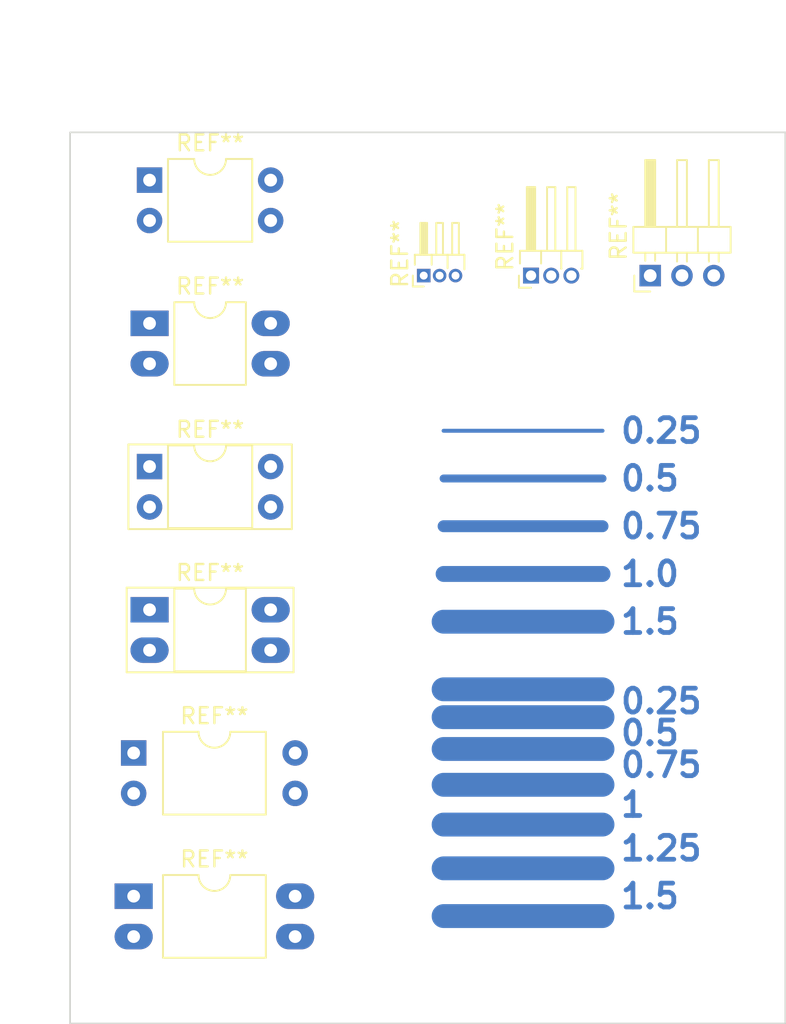
<source format=kicad_pcb>
(kicad_pcb (version 20171130) (host pcbnew 5.1.5+dfsg1-2build2)

  (general
    (thickness 1.6)
    (drawings 15)
    (tracks 12)
    (zones 0)
    (modules 9)
    (nets 1)
  )

  (page A4)
  (title_block
    (title "PCB TRACK CORROSION")
    (date 2021-10-20)
    (rev 1)
    (comment 1 "Tec. Henrique Silva")
  )

  (layers
    (0 F.Cu signal)
    (31 B.Cu signal)
    (32 B.Adhes user)
    (33 F.Adhes user)
    (34 B.Paste user)
    (35 F.Paste user)
    (36 B.SilkS user)
    (37 F.SilkS user)
    (38 B.Mask user)
    (39 F.Mask user)
    (40 Dwgs.User user)
    (41 Cmts.User user)
    (42 Eco1.User user)
    (43 Eco2.User user)
    (44 Edge.Cuts user)
    (45 Margin user)
    (46 B.CrtYd user)
    (47 F.CrtYd user)
    (48 B.Fab user)
    (49 F.Fab user)
  )

  (setup
    (last_trace_width 0.25)
    (user_trace_width 0.25)
    (user_trace_width 0.5)
    (user_trace_width 0.75)
    (user_trace_width 1)
    (user_trace_width 1.5)
    (trace_clearance 0.2)
    (zone_clearance 0.508)
    (zone_45_only no)
    (trace_min 0.2)
    (via_size 0.8)
    (via_drill 0.4)
    (via_min_size 0.4)
    (via_min_drill 0.3)
    (uvia_size 0.3)
    (uvia_drill 0.1)
    (uvias_allowed no)
    (uvia_min_size 0.2)
    (uvia_min_drill 0.1)
    (edge_width 0.05)
    (segment_width 0.2)
    (pcb_text_width 0.3)
    (pcb_text_size 1.5 1.5)
    (mod_edge_width 0.12)
    (mod_text_size 1 1)
    (mod_text_width 0.15)
    (pad_size 1.524 1.524)
    (pad_drill 0.762)
    (pad_to_mask_clearance 0.051)
    (solder_mask_min_width 0.25)
    (aux_axis_origin 0 0)
    (visible_elements FFFFFF7F)
    (pcbplotparams
      (layerselection 0x010fc_ffffffff)
      (usegerberextensions false)
      (usegerberattributes false)
      (usegerberadvancedattributes false)
      (creategerberjobfile false)
      (excludeedgelayer true)
      (linewidth 0.100000)
      (plotframeref false)
      (viasonmask false)
      (mode 1)
      (useauxorigin false)
      (hpglpennumber 1)
      (hpglpenspeed 20)
      (hpglpendiameter 15.000000)
      (psnegative false)
      (psa4output false)
      (plotreference true)
      (plotvalue true)
      (plotinvisibletext false)
      (padsonsilk false)
      (subtractmaskfromsilk false)
      (outputformat 1)
      (mirror false)
      (drillshape 1)
      (scaleselection 1)
      (outputdirectory ""))
  )

  (net 0 "")

  (net_class Default "This is the default net class."
    (clearance 0.2)
    (trace_width 0.25)
    (via_dia 0.8)
    (via_drill 0.4)
    (uvia_dia 0.3)
    (uvia_drill 0.1)
  )

  (module Connector_PinHeader_2.00mm:PinHeader_1x03_P2.00mm_Horizontal (layer F.Cu) (tedit 59FED667) (tstamp 6175DFA6)
    (at 162.5 95 90)
    (descr "Through hole angled pin header, 1x03, 2.00mm pitch, 4.2mm pin length, single row")
    (tags "Through hole angled pin header THT 1x03 2.00mm single row")
    (fp_text reference REF** (at 3.1 -2 90) (layer F.SilkS)
      (effects (font (size 1 1) (thickness 0.15)))
    )
    (fp_text value PinHeader_1x03_P2.00mm_Horizontal (at 3.1 6 90) (layer F.Fab)
      (effects (font (size 1 1) (thickness 0.15)))
    )
    (fp_line (start 1.875 -1) (end 3 -1) (layer F.Fab) (width 0.1))
    (fp_line (start 3 -1) (end 3 5) (layer F.Fab) (width 0.1))
    (fp_line (start 3 5) (end 1.5 5) (layer F.Fab) (width 0.1))
    (fp_line (start 1.5 5) (end 1.5 -0.625) (layer F.Fab) (width 0.1))
    (fp_line (start 1.5 -0.625) (end 1.875 -1) (layer F.Fab) (width 0.1))
    (fp_line (start -0.25 -0.25) (end 1.5 -0.25) (layer F.Fab) (width 0.1))
    (fp_line (start -0.25 -0.25) (end -0.25 0.25) (layer F.Fab) (width 0.1))
    (fp_line (start -0.25 0.25) (end 1.5 0.25) (layer F.Fab) (width 0.1))
    (fp_line (start 3 -0.25) (end 7.2 -0.25) (layer F.Fab) (width 0.1))
    (fp_line (start 7.2 -0.25) (end 7.2 0.25) (layer F.Fab) (width 0.1))
    (fp_line (start 3 0.25) (end 7.2 0.25) (layer F.Fab) (width 0.1))
    (fp_line (start -0.25 1.75) (end 1.5 1.75) (layer F.Fab) (width 0.1))
    (fp_line (start -0.25 1.75) (end -0.25 2.25) (layer F.Fab) (width 0.1))
    (fp_line (start -0.25 2.25) (end 1.5 2.25) (layer F.Fab) (width 0.1))
    (fp_line (start 3 1.75) (end 7.2 1.75) (layer F.Fab) (width 0.1))
    (fp_line (start 7.2 1.75) (end 7.2 2.25) (layer F.Fab) (width 0.1))
    (fp_line (start 3 2.25) (end 7.2 2.25) (layer F.Fab) (width 0.1))
    (fp_line (start -0.25 3.75) (end 1.5 3.75) (layer F.Fab) (width 0.1))
    (fp_line (start -0.25 3.75) (end -0.25 4.25) (layer F.Fab) (width 0.1))
    (fp_line (start -0.25 4.25) (end 1.5 4.25) (layer F.Fab) (width 0.1))
    (fp_line (start 3 3.75) (end 7.2 3.75) (layer F.Fab) (width 0.1))
    (fp_line (start 7.2 3.75) (end 7.2 4.25) (layer F.Fab) (width 0.1))
    (fp_line (start 3 4.25) (end 7.2 4.25) (layer F.Fab) (width 0.1))
    (fp_line (start 1.44 -1.06) (end 1.44 5.06) (layer F.SilkS) (width 0.12))
    (fp_line (start 1.44 5.06) (end 3.06 5.06) (layer F.SilkS) (width 0.12))
    (fp_line (start 3.06 5.06) (end 3.06 -1.06) (layer F.SilkS) (width 0.12))
    (fp_line (start 3.06 -1.06) (end 1.44 -1.06) (layer F.SilkS) (width 0.12))
    (fp_line (start 3.06 -0.31) (end 7.26 -0.31) (layer F.SilkS) (width 0.12))
    (fp_line (start 7.26 -0.31) (end 7.26 0.31) (layer F.SilkS) (width 0.12))
    (fp_line (start 7.26 0.31) (end 3.06 0.31) (layer F.SilkS) (width 0.12))
    (fp_line (start 3.06 -0.25) (end 7.26 -0.25) (layer F.SilkS) (width 0.12))
    (fp_line (start 3.06 -0.13) (end 7.26 -0.13) (layer F.SilkS) (width 0.12))
    (fp_line (start 3.06 -0.01) (end 7.26 -0.01) (layer F.SilkS) (width 0.12))
    (fp_line (start 3.06 0.11) (end 7.26 0.11) (layer F.SilkS) (width 0.12))
    (fp_line (start 3.06 0.23) (end 7.26 0.23) (layer F.SilkS) (width 0.12))
    (fp_line (start 0.935 -0.31) (end 1.44 -0.31) (layer F.SilkS) (width 0.12))
    (fp_line (start 0.935 0.31) (end 1.44 0.31) (layer F.SilkS) (width 0.12))
    (fp_line (start 1.44 1) (end 3.06 1) (layer F.SilkS) (width 0.12))
    (fp_line (start 3.06 1.69) (end 7.26 1.69) (layer F.SilkS) (width 0.12))
    (fp_line (start 7.26 1.69) (end 7.26 2.31) (layer F.SilkS) (width 0.12))
    (fp_line (start 7.26 2.31) (end 3.06 2.31) (layer F.SilkS) (width 0.12))
    (fp_line (start 0.882114 1.69) (end 1.44 1.69) (layer F.SilkS) (width 0.12))
    (fp_line (start 0.882114 2.31) (end 1.44 2.31) (layer F.SilkS) (width 0.12))
    (fp_line (start 1.44 3) (end 3.06 3) (layer F.SilkS) (width 0.12))
    (fp_line (start 3.06 3.69) (end 7.26 3.69) (layer F.SilkS) (width 0.12))
    (fp_line (start 7.26 3.69) (end 7.26 4.31) (layer F.SilkS) (width 0.12))
    (fp_line (start 7.26 4.31) (end 3.06 4.31) (layer F.SilkS) (width 0.12))
    (fp_line (start 0.882114 3.69) (end 1.44 3.69) (layer F.SilkS) (width 0.12))
    (fp_line (start 0.882114 4.31) (end 1.44 4.31) (layer F.SilkS) (width 0.12))
    (fp_line (start -1 0) (end -1 -1) (layer F.SilkS) (width 0.12))
    (fp_line (start -1 -1) (end 0 -1) (layer F.SilkS) (width 0.12))
    (fp_line (start -1.5 -1.5) (end -1.5 5.5) (layer F.CrtYd) (width 0.05))
    (fp_line (start -1.5 5.5) (end 7.7 5.5) (layer F.CrtYd) (width 0.05))
    (fp_line (start 7.7 5.5) (end 7.7 -1.5) (layer F.CrtYd) (width 0.05))
    (fp_line (start 7.7 -1.5) (end -1.5 -1.5) (layer F.CrtYd) (width 0.05))
    (fp_text user %R (at 2.25 2) (layer F.Fab)
      (effects (font (size 0.9 0.9) (thickness 0.135)))
    )
    (pad 1 thru_hole rect (at 0 0 90) (size 1.35 1.35) (drill 0.8) (layers *.Cu *.Mask))
    (pad 2 thru_hole oval (at 0 2 90) (size 1.35 1.35) (drill 0.8) (layers *.Cu *.Mask))
    (pad 3 thru_hole oval (at 0 4 90) (size 1.35 1.35) (drill 0.8) (layers *.Cu *.Mask))
    (model ${KISYS3DMOD}/Connector_PinHeader_2.00mm.3dshapes/PinHeader_1x03_P2.00mm_Horizontal.wrl
      (at (xyz 0 0 0))
      (scale (xyz 1 1 1))
      (rotate (xyz 0 0 0))
    )
  )

  (module Connector_PinHeader_1.27mm:PinHeader_1x03_P1.27mm_Horizontal (layer F.Cu) (tedit 59FED6E3) (tstamp 6175DF6E)
    (at 155 95 90)
    (descr "Through hole angled pin header, 1x03, 1.27mm pitch, 4.0mm pin length, single row")
    (tags "Through hole angled pin header THT 1x03 1.27mm single row")
    (fp_text reference REF** (at 2.4325 -1.635 90) (layer F.SilkS)
      (effects (font (size 1 1) (thickness 0.15)))
    )
    (fp_text value PinHeader_1x03_P1.27mm_Horizontal (at 2.4325 4.175 90) (layer F.Fab)
      (effects (font (size 1 1) (thickness 0.15)))
    )
    (fp_line (start 0.75 -0.635) (end 1.5 -0.635) (layer F.Fab) (width 0.1))
    (fp_line (start 1.5 -0.635) (end 1.5 3.175) (layer F.Fab) (width 0.1))
    (fp_line (start 1.5 3.175) (end 0.5 3.175) (layer F.Fab) (width 0.1))
    (fp_line (start 0.5 3.175) (end 0.5 -0.385) (layer F.Fab) (width 0.1))
    (fp_line (start 0.5 -0.385) (end 0.75 -0.635) (layer F.Fab) (width 0.1))
    (fp_line (start -0.2 -0.2) (end 0.5 -0.2) (layer F.Fab) (width 0.1))
    (fp_line (start -0.2 -0.2) (end -0.2 0.2) (layer F.Fab) (width 0.1))
    (fp_line (start -0.2 0.2) (end 0.5 0.2) (layer F.Fab) (width 0.1))
    (fp_line (start 1.5 -0.2) (end 5.5 -0.2) (layer F.Fab) (width 0.1))
    (fp_line (start 5.5 -0.2) (end 5.5 0.2) (layer F.Fab) (width 0.1))
    (fp_line (start 1.5 0.2) (end 5.5 0.2) (layer F.Fab) (width 0.1))
    (fp_line (start -0.2 1.07) (end 0.5 1.07) (layer F.Fab) (width 0.1))
    (fp_line (start -0.2 1.07) (end -0.2 1.47) (layer F.Fab) (width 0.1))
    (fp_line (start -0.2 1.47) (end 0.5 1.47) (layer F.Fab) (width 0.1))
    (fp_line (start 1.5 1.07) (end 5.5 1.07) (layer F.Fab) (width 0.1))
    (fp_line (start 5.5 1.07) (end 5.5 1.47) (layer F.Fab) (width 0.1))
    (fp_line (start 1.5 1.47) (end 5.5 1.47) (layer F.Fab) (width 0.1))
    (fp_line (start -0.2 2.34) (end 0.5 2.34) (layer F.Fab) (width 0.1))
    (fp_line (start -0.2 2.34) (end -0.2 2.74) (layer F.Fab) (width 0.1))
    (fp_line (start -0.2 2.74) (end 0.5 2.74) (layer F.Fab) (width 0.1))
    (fp_line (start 1.5 2.34) (end 5.5 2.34) (layer F.Fab) (width 0.1))
    (fp_line (start 5.5 2.34) (end 5.5 2.74) (layer F.Fab) (width 0.1))
    (fp_line (start 1.5 2.74) (end 5.5 2.74) (layer F.Fab) (width 0.1))
    (fp_line (start 0.76 -0.695) (end 1.56 -0.695) (layer F.SilkS) (width 0.12))
    (fp_line (start 1.56 -0.695) (end 1.56 3.235) (layer F.SilkS) (width 0.12))
    (fp_line (start 1.56 3.235) (end 0.44 3.235) (layer F.SilkS) (width 0.12))
    (fp_line (start 0.44 3.235) (end 0.44 3.159677) (layer F.SilkS) (width 0.12))
    (fp_line (start 1.56 -0.26) (end 5.56 -0.26) (layer F.SilkS) (width 0.12))
    (fp_line (start 5.56 -0.26) (end 5.56 0.26) (layer F.SilkS) (width 0.12))
    (fp_line (start 5.56 0.26) (end 1.56 0.26) (layer F.SilkS) (width 0.12))
    (fp_line (start 1.56 -0.2) (end 5.56 -0.2) (layer F.SilkS) (width 0.12))
    (fp_line (start 1.56 -0.08) (end 5.56 -0.08) (layer F.SilkS) (width 0.12))
    (fp_line (start 1.56 0.04) (end 5.56 0.04) (layer F.SilkS) (width 0.12))
    (fp_line (start 1.56 0.16) (end 5.56 0.16) (layer F.SilkS) (width 0.12))
    (fp_line (start 0.76 0.635) (end 1.56 0.635) (layer F.SilkS) (width 0.12))
    (fp_line (start 1.56 1.01) (end 5.56 1.01) (layer F.SilkS) (width 0.12))
    (fp_line (start 5.56 1.01) (end 5.56 1.53) (layer F.SilkS) (width 0.12))
    (fp_line (start 5.56 1.53) (end 1.56 1.53) (layer F.SilkS) (width 0.12))
    (fp_line (start 0.44 1.905) (end 1.56 1.905) (layer F.SilkS) (width 0.12))
    (fp_line (start 0.44 1.889677) (end 0.44 1.920323) (layer F.SilkS) (width 0.12))
    (fp_line (start 1.56 2.28) (end 5.56 2.28) (layer F.SilkS) (width 0.12))
    (fp_line (start 5.56 2.28) (end 5.56 2.8) (layer F.SilkS) (width 0.12))
    (fp_line (start 5.56 2.8) (end 1.56 2.8) (layer F.SilkS) (width 0.12))
    (fp_line (start -0.76 0) (end -0.76 -0.76) (layer F.SilkS) (width 0.12))
    (fp_line (start -0.76 -0.76) (end 0 -0.76) (layer F.SilkS) (width 0.12))
    (fp_line (start -1.15 -1.15) (end -1.15 3.7) (layer F.CrtYd) (width 0.05))
    (fp_line (start -1.15 3.7) (end 6 3.7) (layer F.CrtYd) (width 0.05))
    (fp_line (start 6 3.7) (end 6 -1.15) (layer F.CrtYd) (width 0.05))
    (fp_line (start 6 -1.15) (end -1.15 -1.15) (layer F.CrtYd) (width 0.05))
    (fp_text user %R (at 1 1.27) (layer F.Fab)
      (effects (font (size 0.6 0.6) (thickness 0.09)))
    )
    (pad 1 thru_hole rect (at 0 0 90) (size 1 1) (drill 0.65) (layers *.Cu *.Mask))
    (pad 2 thru_hole oval (at 0 1.27 90) (size 1 1) (drill 0.65) (layers *.Cu *.Mask))
    (pad 3 thru_hole oval (at 0 2.54 90) (size 1 1) (drill 0.65) (layers *.Cu *.Mask))
    (model ${KISYS3DMOD}/Connector_PinHeader_1.27mm.3dshapes/PinHeader_1x03_P1.27mm_Horizontal.wrl
      (at (xyz 0 0 0))
      (scale (xyz 1 1 1))
      (rotate (xyz 0 0 0))
    )
  )

  (module Connector_PinHeader_1.00mm:PinHeader_1x03_P1.00mm_Horizontal (layer F.Cu) (tedit 59FED737) (tstamp 6175DF39)
    (at 148.25 95 90)
    (descr "Through hole angled pin header, 1x03, 1.00mm pitch, 2.0mm pin length, single row")
    (tags "Through hole angled pin header THT 1x03 1.00mm single row")
    (fp_text reference REF** (at 1.375 -1.5 90) (layer F.SilkS)
      (effects (font (size 1 1) (thickness 0.15)))
    )
    (fp_text value PinHeader_1x03_P1.00mm_Horizontal (at 1.375 3.5 90) (layer F.Fab)
      (effects (font (size 1 1) (thickness 0.15)))
    )
    (fp_line (start 0.5 -0.5) (end 1.25 -0.5) (layer F.Fab) (width 0.1))
    (fp_line (start 1.25 -0.5) (end 1.25 2.5) (layer F.Fab) (width 0.1))
    (fp_line (start 1.25 2.5) (end 0.25 2.5) (layer F.Fab) (width 0.1))
    (fp_line (start 0.25 2.5) (end 0.25 -0.25) (layer F.Fab) (width 0.1))
    (fp_line (start 0.25 -0.25) (end 0.5 -0.5) (layer F.Fab) (width 0.1))
    (fp_line (start -0.15 -0.15) (end 0.25 -0.15) (layer F.Fab) (width 0.1))
    (fp_line (start -0.15 -0.15) (end -0.15 0.15) (layer F.Fab) (width 0.1))
    (fp_line (start -0.15 0.15) (end 0.25 0.15) (layer F.Fab) (width 0.1))
    (fp_line (start 1.25 -0.15) (end 3.25 -0.15) (layer F.Fab) (width 0.1))
    (fp_line (start 3.25 -0.15) (end 3.25 0.15) (layer F.Fab) (width 0.1))
    (fp_line (start 1.25 0.15) (end 3.25 0.15) (layer F.Fab) (width 0.1))
    (fp_line (start -0.15 0.85) (end 0.25 0.85) (layer F.Fab) (width 0.1))
    (fp_line (start -0.15 0.85) (end -0.15 1.15) (layer F.Fab) (width 0.1))
    (fp_line (start -0.15 1.15) (end 0.25 1.15) (layer F.Fab) (width 0.1))
    (fp_line (start 1.25 0.85) (end 3.25 0.85) (layer F.Fab) (width 0.1))
    (fp_line (start 3.25 0.85) (end 3.25 1.15) (layer F.Fab) (width 0.1))
    (fp_line (start 1.25 1.15) (end 3.25 1.15) (layer F.Fab) (width 0.1))
    (fp_line (start -0.15 1.85) (end 0.25 1.85) (layer F.Fab) (width 0.1))
    (fp_line (start -0.15 1.85) (end -0.15 2.15) (layer F.Fab) (width 0.1))
    (fp_line (start -0.15 2.15) (end 0.25 2.15) (layer F.Fab) (width 0.1))
    (fp_line (start 1.25 1.85) (end 3.25 1.85) (layer F.Fab) (width 0.1))
    (fp_line (start 3.25 1.85) (end 3.25 2.15) (layer F.Fab) (width 0.1))
    (fp_line (start 1.25 2.15) (end 3.25 2.15) (layer F.Fab) (width 0.1))
    (fp_line (start 0.685 -0.56) (end 1.31 -0.56) (layer F.SilkS) (width 0.12))
    (fp_line (start 1.31 -0.56) (end 1.31 2.56) (layer F.SilkS) (width 0.12))
    (fp_line (start 1.31 2.56) (end 0.394493 2.56) (layer F.SilkS) (width 0.12))
    (fp_line (start 1.31 -0.21) (end 3.31 -0.21) (layer F.SilkS) (width 0.12))
    (fp_line (start 3.31 -0.21) (end 3.31 0.21) (layer F.SilkS) (width 0.12))
    (fp_line (start 3.31 0.21) (end 1.31 0.21) (layer F.SilkS) (width 0.12))
    (fp_line (start 1.31 -0.15) (end 3.31 -0.15) (layer F.SilkS) (width 0.12))
    (fp_line (start 1.31 -0.03) (end 3.31 -0.03) (layer F.SilkS) (width 0.12))
    (fp_line (start 1.31 0.09) (end 3.31 0.09) (layer F.SilkS) (width 0.12))
    (fp_line (start 0.685 0.5) (end 1.31 0.5) (layer F.SilkS) (width 0.12))
    (fp_line (start 1.31 0.79) (end 3.31 0.79) (layer F.SilkS) (width 0.12))
    (fp_line (start 3.31 0.79) (end 3.31 1.21) (layer F.SilkS) (width 0.12))
    (fp_line (start 3.31 1.21) (end 1.31 1.21) (layer F.SilkS) (width 0.12))
    (fp_line (start 0.468215 1.5) (end 1.31 1.5) (layer F.SilkS) (width 0.12))
    (fp_line (start 1.31 1.79) (end 3.31 1.79) (layer F.SilkS) (width 0.12))
    (fp_line (start 3.31 1.79) (end 3.31 2.21) (layer F.SilkS) (width 0.12))
    (fp_line (start 3.31 2.21) (end 1.31 2.21) (layer F.SilkS) (width 0.12))
    (fp_line (start -0.685 0) (end -0.685 -0.685) (layer F.SilkS) (width 0.12))
    (fp_line (start -0.685 -0.685) (end 0 -0.685) (layer F.SilkS) (width 0.12))
    (fp_line (start -1 -1) (end -1 3) (layer F.CrtYd) (width 0.05))
    (fp_line (start -1 3) (end 3.75 3) (layer F.CrtYd) (width 0.05))
    (fp_line (start 3.75 3) (end 3.75 -1) (layer F.CrtYd) (width 0.05))
    (fp_line (start 3.75 -1) (end -1 -1) (layer F.CrtYd) (width 0.05))
    (fp_text user %R (at 0.75 1) (layer F.Fab)
      (effects (font (size 0.6 0.6) (thickness 0.09)))
    )
    (pad 1 thru_hole rect (at 0 0 90) (size 0.85 0.85) (drill 0.5) (layers *.Cu *.Mask))
    (pad 2 thru_hole oval (at 0 1 90) (size 0.85 0.85) (drill 0.5) (layers *.Cu *.Mask))
    (pad 3 thru_hole oval (at 0 2 90) (size 0.85 0.85) (drill 0.5) (layers *.Cu *.Mask))
    (model ${KISYS3DMOD}/Connector_PinHeader_1.00mm.3dshapes/PinHeader_1x03_P1.00mm_Horizontal.wrl
      (at (xyz 0 0 0))
      (scale (xyz 1 1 1))
      (rotate (xyz 0 0 0))
    )
  )

  (module Package_DIP:DIP-4_W10.16mm_LongPads (layer F.Cu) (tedit 5A02E8C5) (tstamp 6175DF14)
    (at 130 134)
    (descr "4-lead though-hole mounted DIP package, row spacing 10.16 mm (400 mils), LongPads")
    (tags "THT DIP DIL PDIP 2.54mm 10.16mm 400mil LongPads")
    (fp_text reference REF** (at 5.08 -2.33) (layer F.SilkS)
      (effects (font (size 1 1) (thickness 0.15)))
    )
    (fp_text value DIP-4_W10.16mm_LongPads (at 5.08 4.87) (layer F.Fab)
      (effects (font (size 1 1) (thickness 0.15)))
    )
    (fp_arc (start 5.08 -1.33) (end 4.08 -1.33) (angle -180) (layer F.SilkS) (width 0.12))
    (fp_line (start 2.905 -1.27) (end 8.255 -1.27) (layer F.Fab) (width 0.1))
    (fp_line (start 8.255 -1.27) (end 8.255 3.81) (layer F.Fab) (width 0.1))
    (fp_line (start 8.255 3.81) (end 1.905 3.81) (layer F.Fab) (width 0.1))
    (fp_line (start 1.905 3.81) (end 1.905 -0.27) (layer F.Fab) (width 0.1))
    (fp_line (start 1.905 -0.27) (end 2.905 -1.27) (layer F.Fab) (width 0.1))
    (fp_line (start 4.08 -1.33) (end 1.845 -1.33) (layer F.SilkS) (width 0.12))
    (fp_line (start 1.845 -1.33) (end 1.845 3.87) (layer F.SilkS) (width 0.12))
    (fp_line (start 1.845 3.87) (end 8.315 3.87) (layer F.SilkS) (width 0.12))
    (fp_line (start 8.315 3.87) (end 8.315 -1.33) (layer F.SilkS) (width 0.12))
    (fp_line (start 8.315 -1.33) (end 6.08 -1.33) (layer F.SilkS) (width 0.12))
    (fp_line (start -1.5 -1.55) (end -1.5 4.1) (layer F.CrtYd) (width 0.05))
    (fp_line (start -1.5 4.1) (end 11.65 4.1) (layer F.CrtYd) (width 0.05))
    (fp_line (start 11.65 4.1) (end 11.65 -1.55) (layer F.CrtYd) (width 0.05))
    (fp_line (start 11.65 -1.55) (end -1.5 -1.55) (layer F.CrtYd) (width 0.05))
    (fp_text user %R (at 5.08 1.27) (layer F.Fab)
      (effects (font (size 1 1) (thickness 0.15)))
    )
    (pad 1 thru_hole rect (at 0 0) (size 2.4 1.6) (drill 0.8) (layers *.Cu *.Mask))
    (pad 3 thru_hole oval (at 10.16 2.54) (size 2.4 1.6) (drill 0.8) (layers *.Cu *.Mask))
    (pad 2 thru_hole oval (at 0 2.54) (size 2.4 1.6) (drill 0.8) (layers *.Cu *.Mask))
    (pad 4 thru_hole oval (at 10.16 0) (size 2.4 1.6) (drill 0.8) (layers *.Cu *.Mask))
    (model ${KISYS3DMOD}/Package_DIP.3dshapes/DIP-4_W10.16mm.wrl
      (at (xyz 0 0 0))
      (scale (xyz 1 1 1))
      (rotate (xyz 0 0 0))
    )
  )

  (module Package_DIP:DIP-4_W10.16mm (layer F.Cu) (tedit 5A02E8C5) (tstamp 6175DEFC)
    (at 130 125)
    (descr "4-lead though-hole mounted DIP package, row spacing 10.16 mm (400 mils)")
    (tags "THT DIP DIL PDIP 2.54mm 10.16mm 400mil")
    (fp_text reference REF** (at 5.08 -2.33) (layer F.SilkS)
      (effects (font (size 1 1) (thickness 0.15)))
    )
    (fp_text value DIP-4_W10.16mm (at 5.08 4.87) (layer F.Fab)
      (effects (font (size 1 1) (thickness 0.15)))
    )
    (fp_arc (start 5.08 -1.33) (end 4.08 -1.33) (angle -180) (layer F.SilkS) (width 0.12))
    (fp_line (start 2.905 -1.27) (end 8.255 -1.27) (layer F.Fab) (width 0.1))
    (fp_line (start 8.255 -1.27) (end 8.255 3.81) (layer F.Fab) (width 0.1))
    (fp_line (start 8.255 3.81) (end 1.905 3.81) (layer F.Fab) (width 0.1))
    (fp_line (start 1.905 3.81) (end 1.905 -0.27) (layer F.Fab) (width 0.1))
    (fp_line (start 1.905 -0.27) (end 2.905 -1.27) (layer F.Fab) (width 0.1))
    (fp_line (start 4.08 -1.33) (end 1.845 -1.33) (layer F.SilkS) (width 0.12))
    (fp_line (start 1.845 -1.33) (end 1.845 3.87) (layer F.SilkS) (width 0.12))
    (fp_line (start 1.845 3.87) (end 8.315 3.87) (layer F.SilkS) (width 0.12))
    (fp_line (start 8.315 3.87) (end 8.315 -1.33) (layer F.SilkS) (width 0.12))
    (fp_line (start 8.315 -1.33) (end 6.08 -1.33) (layer F.SilkS) (width 0.12))
    (fp_line (start -1.05 -1.55) (end -1.05 4.1) (layer F.CrtYd) (width 0.05))
    (fp_line (start -1.05 4.1) (end 11.25 4.1) (layer F.CrtYd) (width 0.05))
    (fp_line (start 11.25 4.1) (end 11.25 -1.55) (layer F.CrtYd) (width 0.05))
    (fp_line (start 11.25 -1.55) (end -1.05 -1.55) (layer F.CrtYd) (width 0.05))
    (fp_text user %R (at 5.08 1.27) (layer F.Fab)
      (effects (font (size 1 1) (thickness 0.15)))
    )
    (pad 1 thru_hole rect (at 0 0) (size 1.6 1.6) (drill 0.8) (layers *.Cu *.Mask))
    (pad 3 thru_hole oval (at 10.16 2.54) (size 1.6 1.6) (drill 0.8) (layers *.Cu *.Mask))
    (pad 2 thru_hole oval (at 0 2.54) (size 1.6 1.6) (drill 0.8) (layers *.Cu *.Mask))
    (pad 4 thru_hole oval (at 10.16 0) (size 1.6 1.6) (drill 0.8) (layers *.Cu *.Mask))
    (model ${KISYS3DMOD}/Package_DIP.3dshapes/DIP-4_W10.16mm.wrl
      (at (xyz 0 0 0))
      (scale (xyz 1 1 1))
      (rotate (xyz 0 0 0))
    )
  )

  (module Package_DIP:DIP-4_W7.62mm_Socket (layer F.Cu) (tedit 5A02E8C5) (tstamp 6175DEDD)
    (at 131 107)
    (descr "4-lead though-hole mounted DIP package, row spacing 7.62 mm (300 mils), Socket")
    (tags "THT DIP DIL PDIP 2.54mm 7.62mm 300mil Socket")
    (fp_text reference REF** (at 3.81 -2.33) (layer F.SilkS)
      (effects (font (size 1 1) (thickness 0.15)))
    )
    (fp_text value DIP-4_W7.62mm_Socket (at 3.81 4.87) (layer F.Fab)
      (effects (font (size 1 1) (thickness 0.15)))
    )
    (fp_arc (start 3.81 -1.33) (end 2.81 -1.33) (angle -180) (layer F.SilkS) (width 0.12))
    (fp_line (start 1.635 -1.27) (end 6.985 -1.27) (layer F.Fab) (width 0.1))
    (fp_line (start 6.985 -1.27) (end 6.985 3.81) (layer F.Fab) (width 0.1))
    (fp_line (start 6.985 3.81) (end 0.635 3.81) (layer F.Fab) (width 0.1))
    (fp_line (start 0.635 3.81) (end 0.635 -0.27) (layer F.Fab) (width 0.1))
    (fp_line (start 0.635 -0.27) (end 1.635 -1.27) (layer F.Fab) (width 0.1))
    (fp_line (start -1.27 -1.33) (end -1.27 3.87) (layer F.Fab) (width 0.1))
    (fp_line (start -1.27 3.87) (end 8.89 3.87) (layer F.Fab) (width 0.1))
    (fp_line (start 8.89 3.87) (end 8.89 -1.33) (layer F.Fab) (width 0.1))
    (fp_line (start 8.89 -1.33) (end -1.27 -1.33) (layer F.Fab) (width 0.1))
    (fp_line (start 2.81 -1.33) (end 1.16 -1.33) (layer F.SilkS) (width 0.12))
    (fp_line (start 1.16 -1.33) (end 1.16 3.87) (layer F.SilkS) (width 0.12))
    (fp_line (start 1.16 3.87) (end 6.46 3.87) (layer F.SilkS) (width 0.12))
    (fp_line (start 6.46 3.87) (end 6.46 -1.33) (layer F.SilkS) (width 0.12))
    (fp_line (start 6.46 -1.33) (end 4.81 -1.33) (layer F.SilkS) (width 0.12))
    (fp_line (start -1.33 -1.39) (end -1.33 3.93) (layer F.SilkS) (width 0.12))
    (fp_line (start -1.33 3.93) (end 8.95 3.93) (layer F.SilkS) (width 0.12))
    (fp_line (start 8.95 3.93) (end 8.95 -1.39) (layer F.SilkS) (width 0.12))
    (fp_line (start 8.95 -1.39) (end -1.33 -1.39) (layer F.SilkS) (width 0.12))
    (fp_line (start -1.55 -1.6) (end -1.55 4.15) (layer F.CrtYd) (width 0.05))
    (fp_line (start -1.55 4.15) (end 9.15 4.15) (layer F.CrtYd) (width 0.05))
    (fp_line (start 9.15 4.15) (end 9.15 -1.6) (layer F.CrtYd) (width 0.05))
    (fp_line (start 9.15 -1.6) (end -1.55 -1.6) (layer F.CrtYd) (width 0.05))
    (fp_text user %R (at 3.81 1.27) (layer F.Fab)
      (effects (font (size 1 1) (thickness 0.15)))
    )
    (pad 1 thru_hole rect (at 0 0) (size 1.6 1.6) (drill 0.8) (layers *.Cu *.Mask))
    (pad 3 thru_hole oval (at 7.62 2.54) (size 1.6 1.6) (drill 0.8) (layers *.Cu *.Mask))
    (pad 2 thru_hole oval (at 0 2.54) (size 1.6 1.6) (drill 0.8) (layers *.Cu *.Mask))
    (pad 4 thru_hole oval (at 7.62 0) (size 1.6 1.6) (drill 0.8) (layers *.Cu *.Mask))
    (model ${KISYS3DMOD}/Package_DIP.3dshapes/DIP-4_W7.62mm_Socket.wrl
      (at (xyz 0 0 0))
      (scale (xyz 1 1 1))
      (rotate (xyz 0 0 0))
    )
  )

  (module Package_DIP:DIP-4_W7.62mm_LongPads (layer F.Cu) (tedit 5A02E8C5) (tstamp 6175DEC6)
    (at 131 98)
    (descr "4-lead though-hole mounted DIP package, row spacing 7.62 mm (300 mils), LongPads")
    (tags "THT DIP DIL PDIP 2.54mm 7.62mm 300mil LongPads")
    (fp_text reference REF** (at 3.81 -2.33) (layer F.SilkS)
      (effects (font (size 1 1) (thickness 0.15)))
    )
    (fp_text value DIP-4_W7.62mm_LongPads (at 3.81 4.87) (layer F.Fab)
      (effects (font (size 1 1) (thickness 0.15)))
    )
    (fp_arc (start 3.81 -1.33) (end 2.81 -1.33) (angle -180) (layer F.SilkS) (width 0.12))
    (fp_line (start 1.635 -1.27) (end 6.985 -1.27) (layer F.Fab) (width 0.1))
    (fp_line (start 6.985 -1.27) (end 6.985 3.81) (layer F.Fab) (width 0.1))
    (fp_line (start 6.985 3.81) (end 0.635 3.81) (layer F.Fab) (width 0.1))
    (fp_line (start 0.635 3.81) (end 0.635 -0.27) (layer F.Fab) (width 0.1))
    (fp_line (start 0.635 -0.27) (end 1.635 -1.27) (layer F.Fab) (width 0.1))
    (fp_line (start 2.81 -1.33) (end 1.56 -1.33) (layer F.SilkS) (width 0.12))
    (fp_line (start 1.56 -1.33) (end 1.56 3.87) (layer F.SilkS) (width 0.12))
    (fp_line (start 1.56 3.87) (end 6.06 3.87) (layer F.SilkS) (width 0.12))
    (fp_line (start 6.06 3.87) (end 6.06 -1.33) (layer F.SilkS) (width 0.12))
    (fp_line (start 6.06 -1.33) (end 4.81 -1.33) (layer F.SilkS) (width 0.12))
    (fp_line (start -1.45 -1.55) (end -1.45 4.1) (layer F.CrtYd) (width 0.05))
    (fp_line (start -1.45 4.1) (end 9.1 4.1) (layer F.CrtYd) (width 0.05))
    (fp_line (start 9.1 4.1) (end 9.1 -1.55) (layer F.CrtYd) (width 0.05))
    (fp_line (start 9.1 -1.55) (end -1.45 -1.55) (layer F.CrtYd) (width 0.05))
    (fp_text user %R (at 3.81 1.27) (layer F.Fab)
      (effects (font (size 1 1) (thickness 0.15)))
    )
    (pad 1 thru_hole rect (at 0 0) (size 2.4 1.6) (drill 0.8) (layers *.Cu *.Mask))
    (pad 3 thru_hole oval (at 7.62 2.54) (size 2.4 1.6) (drill 0.8) (layers *.Cu *.Mask))
    (pad 2 thru_hole oval (at 0 2.54) (size 2.4 1.6) (drill 0.8) (layers *.Cu *.Mask))
    (pad 4 thru_hole oval (at 7.62 0) (size 2.4 1.6) (drill 0.8) (layers *.Cu *.Mask))
    (model ${KISYS3DMOD}/Package_DIP.3dshapes/DIP-4_W7.62mm.wrl
      (at (xyz 0 0 0))
      (scale (xyz 1 1 1))
      (rotate (xyz 0 0 0))
    )
  )

  (module Package_DIP:DIP-4_W7.62mm_Socket_LongPads (layer F.Cu) (tedit 5A02E8C5) (tstamp 6175DEA7)
    (at 131 116)
    (descr "4-lead though-hole mounted DIP package, row spacing 7.62 mm (300 mils), Socket, LongPads")
    (tags "THT DIP DIL PDIP 2.54mm 7.62mm 300mil Socket LongPads")
    (fp_text reference REF** (at 3.81 -2.33) (layer F.SilkS)
      (effects (font (size 1 1) (thickness 0.15)))
    )
    (fp_text value DIP-4_W7.62mm_Socket_LongPads (at 3.81 4.87) (layer F.Fab)
      (effects (font (size 1 1) (thickness 0.15)))
    )
    (fp_arc (start 3.81 -1.33) (end 2.81 -1.33) (angle -180) (layer F.SilkS) (width 0.12))
    (fp_line (start 1.635 -1.27) (end 6.985 -1.27) (layer F.Fab) (width 0.1))
    (fp_line (start 6.985 -1.27) (end 6.985 3.81) (layer F.Fab) (width 0.1))
    (fp_line (start 6.985 3.81) (end 0.635 3.81) (layer F.Fab) (width 0.1))
    (fp_line (start 0.635 3.81) (end 0.635 -0.27) (layer F.Fab) (width 0.1))
    (fp_line (start 0.635 -0.27) (end 1.635 -1.27) (layer F.Fab) (width 0.1))
    (fp_line (start -1.27 -1.33) (end -1.27 3.87) (layer F.Fab) (width 0.1))
    (fp_line (start -1.27 3.87) (end 8.89 3.87) (layer F.Fab) (width 0.1))
    (fp_line (start 8.89 3.87) (end 8.89 -1.33) (layer F.Fab) (width 0.1))
    (fp_line (start 8.89 -1.33) (end -1.27 -1.33) (layer F.Fab) (width 0.1))
    (fp_line (start 2.81 -1.33) (end 1.56 -1.33) (layer F.SilkS) (width 0.12))
    (fp_line (start 1.56 -1.33) (end 1.56 3.87) (layer F.SilkS) (width 0.12))
    (fp_line (start 1.56 3.87) (end 6.06 3.87) (layer F.SilkS) (width 0.12))
    (fp_line (start 6.06 3.87) (end 6.06 -1.33) (layer F.SilkS) (width 0.12))
    (fp_line (start 6.06 -1.33) (end 4.81 -1.33) (layer F.SilkS) (width 0.12))
    (fp_line (start -1.44 -1.39) (end -1.44 3.93) (layer F.SilkS) (width 0.12))
    (fp_line (start -1.44 3.93) (end 9.06 3.93) (layer F.SilkS) (width 0.12))
    (fp_line (start 9.06 3.93) (end 9.06 -1.39) (layer F.SilkS) (width 0.12))
    (fp_line (start 9.06 -1.39) (end -1.44 -1.39) (layer F.SilkS) (width 0.12))
    (fp_line (start -1.55 -1.6) (end -1.55 4.15) (layer F.CrtYd) (width 0.05))
    (fp_line (start -1.55 4.15) (end 9.15 4.15) (layer F.CrtYd) (width 0.05))
    (fp_line (start 9.15 4.15) (end 9.15 -1.6) (layer F.CrtYd) (width 0.05))
    (fp_line (start 9.15 -1.6) (end -1.55 -1.6) (layer F.CrtYd) (width 0.05))
    (fp_text user %R (at 3.81 1.27) (layer F.Fab)
      (effects (font (size 1 1) (thickness 0.15)))
    )
    (pad 1 thru_hole rect (at 0 0) (size 2.4 1.6) (drill 0.8) (layers *.Cu *.Mask))
    (pad 3 thru_hole oval (at 7.62 2.54) (size 2.4 1.6) (drill 0.8) (layers *.Cu *.Mask))
    (pad 2 thru_hole oval (at 0 2.54) (size 2.4 1.6) (drill 0.8) (layers *.Cu *.Mask))
    (pad 4 thru_hole oval (at 7.62 0) (size 2.4 1.6) (drill 0.8) (layers *.Cu *.Mask))
    (model ${KISYS3DMOD}/Package_DIP.3dshapes/DIP-4_W7.62mm_Socket.wrl
      (at (xyz 0 0 0))
      (scale (xyz 1 1 1))
      (rotate (xyz 0 0 0))
    )
  )

  (module Package_DIP:DIP-4_W7.62mm (layer F.Cu) (tedit 5A02E8C5) (tstamp 6175DE90)
    (at 131 89)
    (descr "4-lead though-hole mounted DIP package, row spacing 7.62 mm (300 mils)")
    (tags "THT DIP DIL PDIP 2.54mm 7.62mm 300mil")
    (fp_text reference REF** (at 3.81 -2.33) (layer F.SilkS)
      (effects (font (size 1 1) (thickness 0.15)))
    )
    (fp_text value DIP-4_W7.62mm (at 3.81 4.87) (layer F.Fab)
      (effects (font (size 1 1) (thickness 0.15)))
    )
    (fp_arc (start 3.81 -1.33) (end 2.81 -1.33) (angle -180) (layer F.SilkS) (width 0.12))
    (fp_line (start 1.635 -1.27) (end 6.985 -1.27) (layer F.Fab) (width 0.1))
    (fp_line (start 6.985 -1.27) (end 6.985 3.81) (layer F.Fab) (width 0.1))
    (fp_line (start 6.985 3.81) (end 0.635 3.81) (layer F.Fab) (width 0.1))
    (fp_line (start 0.635 3.81) (end 0.635 -0.27) (layer F.Fab) (width 0.1))
    (fp_line (start 0.635 -0.27) (end 1.635 -1.27) (layer F.Fab) (width 0.1))
    (fp_line (start 2.81 -1.33) (end 1.16 -1.33) (layer F.SilkS) (width 0.12))
    (fp_line (start 1.16 -1.33) (end 1.16 3.87) (layer F.SilkS) (width 0.12))
    (fp_line (start 1.16 3.87) (end 6.46 3.87) (layer F.SilkS) (width 0.12))
    (fp_line (start 6.46 3.87) (end 6.46 -1.33) (layer F.SilkS) (width 0.12))
    (fp_line (start 6.46 -1.33) (end 4.81 -1.33) (layer F.SilkS) (width 0.12))
    (fp_line (start -1.1 -1.55) (end -1.1 4.1) (layer F.CrtYd) (width 0.05))
    (fp_line (start -1.1 4.1) (end 8.7 4.1) (layer F.CrtYd) (width 0.05))
    (fp_line (start 8.7 4.1) (end 8.7 -1.55) (layer F.CrtYd) (width 0.05))
    (fp_line (start 8.7 -1.55) (end -1.1 -1.55) (layer F.CrtYd) (width 0.05))
    (fp_text user %R (at 3.81 1.27) (layer F.Fab)
      (effects (font (size 1 1) (thickness 0.15)))
    )
    (pad 1 thru_hole rect (at 0 0) (size 1.6 1.6) (drill 0.8) (layers *.Cu *.Mask))
    (pad 3 thru_hole oval (at 7.62 2.54) (size 1.6 1.6) (drill 0.8) (layers *.Cu *.Mask))
    (pad 2 thru_hole oval (at 0 2.54) (size 1.6 1.6) (drill 0.8) (layers *.Cu *.Mask))
    (pad 4 thru_hole oval (at 7.62 0) (size 1.6 1.6) (drill 0.8) (layers *.Cu *.Mask))
    (model ${KISYS3DMOD}/Package_DIP.3dshapes/DIP-4_W7.62mm.wrl
      (at (xyz 0 0 0))
      (scale (xyz 1 1 1))
      (rotate (xyz 0 0 0))
    )
  )

  (gr_line (start 126 86) (end 171 86) (layer Edge.Cuts) (width 0.1) (tstamp 6175DFE5))
  (gr_line (start 126 142) (end 126 86) (layer Edge.Cuts) (width 0.1) (tstamp 6175DFE4))
  (gr_text 1.25 (at 160.5 131) (layer B.Cu) (tstamp 6175DF34)
    (effects (font (size 1.5 1.5) (thickness 0.3)) (justify left))
  )
  (gr_text 0.25 (at 160.5 121.75) (layer B.Cu) (tstamp 6175DF33)
    (effects (font (size 1.5 1.5) (thickness 0.3)) (justify left))
  )
  (gr_line (start 171 86) (end 171 142) (layer Edge.Cuts) (width 0.1) (tstamp 6175DF32))
  (gr_text 0.75 (at 160.5 125.75) (layer B.Cu) (tstamp 6175DF31)
    (effects (font (size 1.5 1.5) (thickness 0.3)) (justify left))
  )
  (gr_text 1.5 (at 160.5 116.75) (layer B.Cu) (tstamp 6175DF2F)
    (effects (font (size 1.5 1.5) (thickness 0.3)) (justify left))
  )
  (gr_text 0.75 (at 160.5 110.75) (layer B.Cu) (tstamp 6175DF2E)
    (effects (font (size 1.5 1.5) (thickness 0.3)) (justify left))
  )
  (gr_line (start 171 142) (end 126 142) (layer Edge.Cuts) (width 0.1) (tstamp 6175DF2D))
  (gr_text 1.5 (at 160.5 134) (layer B.Cu) (tstamp 6175DE8F)
    (effects (font (size 1.5 1.5) (thickness 0.3)) (justify left))
  )
  (gr_text 0.25 (at 160.5 104.75) (layer B.Cu) (tstamp 6175DE8C)
    (effects (font (size 1.5 1.5) (thickness 0.3)) (justify left))
  )
  (gr_text 0.5 (at 160.5 123.75) (layer B.Cu) (tstamp 6175DE8B)
    (effects (font (size 1.5 1.5) (thickness 0.3)) (justify left))
  )
  (gr_text 1 (at 160.5 128.25) (layer B.Cu) (tstamp 6175DE8A)
    (effects (font (size 1.5 1.5) (thickness 0.3)) (justify left))
  )
  (gr_text 0.5 (at 160.5 107.75) (layer B.Cu) (tstamp 6175DE87)
    (effects (font (size 1.5 1.5) (thickness 0.3)) (justify left))
  )
  (gr_text 1.0 (at 160.5 113.75) (layer B.Cu) (tstamp 6175DE86)
    (effects (font (size 1.5 1.5) (thickness 0.3)) (justify left))
  )

  (segment (start 149.5 122.75) (end 159.5 122.75) (width 1.5) (layer B.Cu) (net 0) (tstamp 6175DE88))
  (segment (start 149.5 127) (end 159.5 127) (width 1.5) (layer B.Cu) (net 0) (tstamp 6175DE89))
  (segment (start 149.5 116.75) (end 159.5 116.75) (width 1.5) (layer B.Cu) (net 0) (tstamp 6175DE8D))
  (segment (start 149.5 104.75) (end 159.5 104.75) (width 0.25) (layer B.Cu) (net 0) (tstamp 6175DE8E))
  (segment (start 149.5 110.75) (end 159.5 110.75) (width 0.75) (layer B.Cu) (net 0) (tstamp 6175DF13))
  (segment (start 149.5 113.75) (end 159.5 113.75) (width 1) (layer B.Cu) (net 0) (tstamp 6175DF2B))
  (segment (start 149.5 135.25) (end 159.5 135.25) (width 1.5) (layer B.Cu) (net 0) (tstamp 6175DF2C))
  (segment (start 149.5 107.75) (end 159.5 107.75) (width 0.5) (layer B.Cu) (net 0) (tstamp 6175DF30))
  (segment (start 149.5 132.25) (end 159.5 132.25) (width 1.5) (layer B.Cu) (net 0) (tstamp 6175DF35))
  (segment (start 149.5 121) (end 159.5 121) (width 1.5) (layer B.Cu) (net 0) (tstamp 6175DF36))
  (segment (start 149.5 124.75) (end 159.5 124.75) (width 1.5) (layer B.Cu) (net 0) (tstamp 6175DF37))
  (segment (start 149.5 129.5) (end 159.5 129.5) (width 1.5) (layer B.Cu) (net 0) (tstamp 6175DF38))

)

</source>
